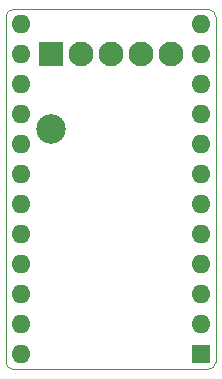
<source format=gbr>
%TF.GenerationSoftware,KiCad,Pcbnew,5.1.5+dfsg1-2~bpo10+1*%
%TF.CreationDate,Date%
%TF.ProjectId,ProMicro_ZPM,50726f4d-6963-4726-9f5f-5a504d2e6b69,v1.0*%
%TF.SameCoordinates,Original*%
%TF.FileFunction,Soldermask,Bot*%
%TF.FilePolarity,Negative*%
%FSLAX45Y45*%
G04 Gerber Fmt 4.5, Leading zero omitted, Abs format (unit mm)*
G04 Created by KiCad*
%MOMM*%
%LPD*%
G04 APERTURE LIST*
%ADD10C,0.100000*%
%ADD11C,2.500000*%
%ADD12C,2.100000*%
%ADD13R,2.100000X2.100000*%
%ADD14O,1.600000X1.600000*%
%ADD15R,1.600000X1.600000*%
G04 APERTURE END LIST*
D10*
X-63500Y-127000D02*
G75*
G02X-127000Y-63500I0J63500D01*
G01*
X1651000Y-63500D02*
G75*
G02X1587500Y-127000I-63500J0D01*
G01*
X1587500Y2921000D02*
G75*
G02X1651000Y2857500I0J-63500D01*
G01*
X-127000Y2857500D02*
G75*
G02X-63500Y2921000I63500J0D01*
G01*
X-127000Y-63500D02*
X-127000Y2857500D01*
X1587500Y-127000D02*
X-63500Y-127000D01*
X1651000Y2857500D02*
X1651000Y-63500D01*
X-63500Y2921000D02*
X1587500Y2921000D01*
D11*
X254000Y1905000D03*
D12*
X1270000Y2540000D03*
X1016000Y2540000D03*
X762000Y2540000D03*
X508000Y2540000D03*
D13*
X254000Y2540000D03*
D14*
X0Y0D03*
X0Y254000D03*
X0Y508000D03*
X1524000Y2794000D03*
X0Y762000D03*
X1524000Y2540000D03*
X0Y1016000D03*
X1524000Y2286000D03*
X0Y1270000D03*
X1524000Y2032000D03*
X0Y1524000D03*
X1524000Y1778000D03*
X0Y1778000D03*
X1524000Y1524000D03*
X0Y2032000D03*
X1524000Y1270000D03*
X0Y2286000D03*
X1524000Y1016000D03*
X0Y2540000D03*
X1524000Y762000D03*
X0Y2794000D03*
X1524000Y508000D03*
X1524000Y254000D03*
D15*
X1524000Y0D03*
M02*

</source>
